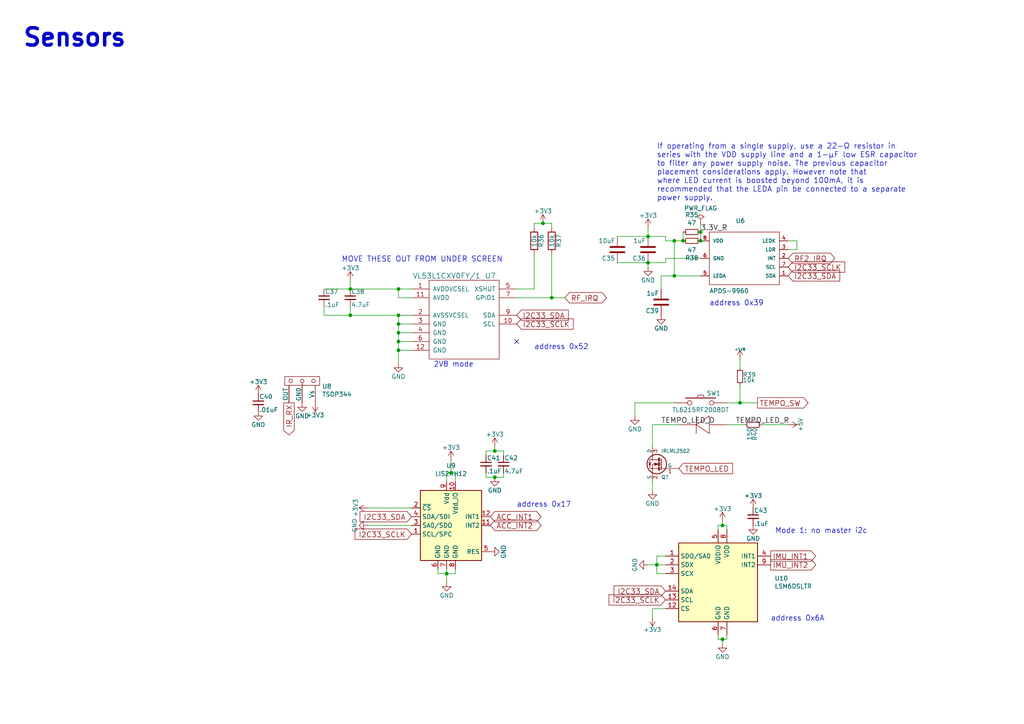
<source format=kicad_sch>
(kicad_sch (version 20231120) (generator "eeschema") (generator_version "8.0")
  (paper "A4")
  (lib_symbols
    (symbol "DFTBoard-rescue:+1V8-power" (power) (pin_names (offset 0))
      (property "Value" "power_+1V8" (at 0 3.556 0))
      (symbol "+1V8-power_0_1"
        (polyline (pts (xy -0.762 1.27) (xy 0 2.54)))
        (polyline (pts (xy 0 0) (xy 0 2.54)))
        (polyline (pts (xy 0 2.54) (xy 0.762 1.27)))
      )
      (symbol "+1V8-power_1_1"
        (pin power_in line (at 0 0 90) (length 0) hide (name "+1V8") (number "1"))
      )
    )
    (symbol "DFTBoard-rescue:+3V3-power" (power) (pin_names (offset 0))
      (property "Value" "power_+3V3" (at 0 3.556 0))
      (symbol "+3V3-power_0_1"
        (polyline (pts (xy -0.762 1.27) (xy 0 2.54)))
        (polyline (pts (xy 0 0) (xy 0 2.54)))
        (polyline (pts (xy 0 2.54) (xy 0.762 1.27)))
      )
      (symbol "+3V3-power_1_1"
        (pin power_in line (at 0 0 90) (length 0) hide (name "+3V3") (number "1"))
      )
    )
    (symbol "DFTBoard-rescue:+5V-power" (power) (pin_names (offset 0))
      (property "Value" "power_+5V" (at 0 3.556 0))
      (symbol "+5V-power_0_1"
        (polyline (pts (xy -0.762 1.27) (xy 0 2.54)))
        (polyline (pts (xy 0 0) (xy 0 2.54)))
        (polyline (pts (xy 0 2.54) (xy 0.762 1.27)))
      )
      (symbol "+5V-power_1_1"
        (pin power_in line (at 0 0 90) (length 0) hide (name "+5V") (number "1"))
      )
    )
    (symbol "DFTBoard-rescue:APDS-9960" (pin_names (offset 1.016))
      (property "Reference" "U" (at -2.54 10.16 0))
      (property "Value" "APDS-9960" (at -10.16 -10.16 0))
      (symbol "APDS-9960_1_0"
        (polyline (pts (xy -10.16 -7.62) (xy -10.16 7.62)))
        (polyline (pts (xy -10.16 7.62) (xy 10.16 7.62)))
        (polyline (pts (xy 10.16 -7.62) (xy -10.16 -7.62)))
        (polyline (pts (xy 10.16 7.62) (xy 10.16 -7.62)))
      )
      (symbol "APDS-9960_1_1"
        (pin bidirectional line (at 12.7 -5.08 180) (length 2.54) (name "SDA") (number "1"))
        (pin bidirectional line (at 12.7 0 180) (length 2.54) (name "INT") (number "2"))
        (pin bidirectional line (at 12.7 2.54 180) (length 2.54) (name "LDR") (number "3"))
        (pin bidirectional line (at 12.7 5.08 180) (length 2.54) (name "LEDK") (number "4"))
        (pin bidirectional line (at -12.7 -5.08 0) (length 2.54) (name "LEDA") (number "5"))
        (pin power_in line (at -12.7 0 0) (length 2.54) (name "GND") (number "6"))
        (pin input line (at 12.7 -2.54 180) (length 2.54) (name "SCL") (number "7"))
        (pin power_in line (at -12.7 5.08 0) (length 2.54) (name "VDD") (number "8"))
      )
    )
    (symbol "DFTBoard-rescue:GND-power" (power) (pin_names (offset 0))
      (property "Value" "power_GND" (at 0 -3.81 0))
      (symbol "GND-power_0_1"
        (polyline (pts (xy 0 0) (xy 0 -1.27) (xy 1.27 -1.27) (xy 0 -2.54) (xy -1.27 -1.27) (xy 0 -1.27)))
      )
      (symbol "GND-power_1_1"
        (pin power_in line (at 0 0 270) (length 0) hide (name "GND") (number "1"))
      )
    )
    (symbol "DFTBoard-rescue:IRLML2502-" (pin_names (offset 0))
      (property "Reference" "Q" (at 0 -3.7846 0))
      (property "Value" "IRLML2502-" (at 0 3.81 0))
      (symbol "IRLML2502-_0_1"
        (polyline (pts (xy 0.635 -1.016) (xy 0.635 -1.651)) (stroke (width 0.508)))
        (polyline (pts (xy 0.635 0.381) (xy 0.635 -0.381)) (stroke (width 0.508)))
        (polyline (pts (xy 0.635 1.651) (xy 0.635 1.016)) (stroke (width 0.508)))
        (polyline (pts (xy 3.048 0.381) (xy 2.921 0.254)))
        (polyline (pts (xy 3.048 0.381) (xy 3.556 0.381)))
        (polyline (pts (xy 3.556 0.381) (xy 3.683 0.508)))
        (polyline (pts (xy 0 1.524) (xy 0 -1.524) (xy 0 -1.524)) (stroke (width 0.254)))
        (polyline (pts (xy 0.762 -1.27) (xy 2.54 -1.27) (xy 2.54 -2.54) (xy 2.54 -2.54)))
        (polyline (pts (xy 0.762 1.27) (xy 2.54 1.27) (xy 2.54 2.54) (xy 2.54 2.54)))
        (polyline (pts (xy 2.54 1.27) (xy 3.302 1.27) (xy 3.302 -1.27) (xy 2.54 -1.27)))
        (polyline (pts (xy 3.302 0.381) (xy 3.048 -0.254) (xy 3.556 -0.254) (xy 3.302 0.381)) (fill (type outline)))
        (polyline (pts (xy 0.762 0) (xy 1.27 0) (xy 2.54 0) (xy 2.54 -1.27) (xy 2.54 -1.27)))
        (polyline (pts (xy 0.889 0) (xy 1.905 0.381) (xy 1.905 -0.381) (xy 0.889 0) (xy 1.016 0) (xy 1.016 0)) (fill (type outline)))
        (circle (center 1.27 0) (radius 2.8194) (stroke (width 0.254)))
        (circle (center 2.54 -1.27) (radius 0.127))
        (circle (center 2.54 1.27) (radius 0.127))
      )
      (symbol "IRLML2502-_1_1"
        (pin input line (at -5.08 -1.27 0) (length 5.08) (name "G") (number "1"))
        (pin passive line (at 2.54 -5.08 90) (length 2.54) (name "S") (number "2"))
        (pin passive line (at 2.54 5.08 270) (length 2.54) (name "D") (number "3"))
      )
    )
    (symbol "DFTBoard-rescue:LIS2HH12-Sensor_Motion"
      (property "Reference" "U" (at -5.08 11.43 0))
      (property "Value" "Sensor_Motion_LIS2HH12" (at 3.81 11.43 0))
      (symbol "LIS2HH12-Sensor_Motion_0_1"
        (rectangle (start -7.62 10.16) (end 10.16 -10.16) (stroke (width 0.254)) (fill (type background)))
      )
      (symbol "LIS2HH12-Sensor_Motion_1_1"
        (pin input line (at -10.16 -2.54 0) (length 2.54) (name "SCL/SPC") (number "1"))
        (pin power_in line (at 2.54 12.7 270) (length 2.54) (name "Vdd_IO") (number "10"))
        (pin output line (at 12.7 0 180) (length 2.54) (name "INT2") (number "11"))
        (pin output line (at 12.7 2.54 180) (length 2.54) (name "INT1") (number "12"))
        (pin input line (at -10.16 5.08 0) (length 2.54) (name "~{CS}") (number "2"))
        (pin bidirectional line (at -10.16 0 0) (length 2.54) (name "SA0/SDO") (number "3"))
        (pin bidirectional line (at -10.16 2.54 0) (length 2.54) (name "SDA/SDI") (number "4"))
        (pin passive line (at 12.7 -7.62 180) (length 2.54) (name "RES") (number "5"))
        (pin power_in line (at -2.54 -12.7 90) (length 2.54) (name "GND") (number "6"))
        (pin power_in line (at 0 -12.7 90) (length 2.54) (name "GND") (number "7"))
        (pin power_in line (at 2.54 -12.7 90) (length 2.54) (name "GND") (number "8"))
        (pin power_in line (at 0 12.7 270) (length 2.54) (name "Vdd") (number "9"))
      )
    )
    (symbol "DFTBoard-rescue:LSM6DS3-Sensor_Motion"
      (property "Reference" "U" (at -11.43 15.24 0))
      (property "Value" "Sensor_Motion_LSM6DS3" (at -11.43 12.7 0))
      (symbol "LSM6DS3-Sensor_Motion_0_1"
        (rectangle (start 11.43 11.43) (end -11.43 -11.43) (stroke (width 0.254)) (fill (type background)))
      )
      (symbol "LSM6DS3-Sensor_Motion_1_1"
        (pin bidirectional line (at -15.24 7.62 0) (length 3.81) (name "SDO/SA0") (number "1"))
        (pin no_connect line (at 10.16 -5.08 180) (length 3.81) hide (name "NC") (number "10"))
        (pin no_connect line (at 10.16 -2.54 180) (length 3.81) hide (name "NC") (number "11"))
        (pin input line (at -15.24 -7.62 0) (length 3.81) (name "CS") (number "12"))
        (pin input line (at -15.24 -5.08 0) (length 3.81) (name "SCL") (number "13"))
        (pin bidirectional line (at -15.24 -2.54 0) (length 3.81) (name "SDA") (number "14"))
        (pin bidirectional line (at -15.24 5.08 0) (length 3.81) (name "SDX") (number "2"))
        (pin input line (at -15.24 2.54 0) (length 3.81) (name "SCX") (number "3"))
        (pin output line (at 15.24 7.62 180) (length 3.81) (name "INT1") (number "4"))
        (pin power_in line (at 0 15.24 270) (length 3.81) (name "VDDIO") (number "5"))
        (pin power_in line (at 0 -15.24 90) (length 3.81) (name "GND") (number "6"))
        (pin power_in line (at 2.54 -15.24 90) (length 3.81) (name "GND") (number "7"))
        (pin power_in line (at 2.54 15.24 270) (length 3.81) (name "VDD") (number "8"))
        (pin output line (at 15.24 5.08 180) (length 3.81) (name "INT2") (number "9"))
      )
    )
    (symbol "DFTBoard-rescue:PWR_FLAG-power" (power) (pin_numbers hide) (pin_names (offset 0) hide)
      (property "Value" "power_PWR_FLAG" (at 0 3.81 0))
      (symbol "PWR_FLAG-power_0_0"
        (pin power_out line (at 0 0 90) (length 0) (name "pwr") (number "1"))
      )
      (symbol "PWR_FLAG-power_0_1"
        (polyline (pts (xy 0 0) (xy 0 1.27) (xy -1.016 1.905) (xy 0 2.54) (xy 1.016 1.905) (xy 0 1.27)))
      )
    )
    (symbol "DFTBoard-rescue:SW_IL-" (pin_numbers hide) (pin_names (offset 1.016) hide)
      (property "Reference" "SW" (at 3.81 2.794 0))
      (property "Value" "SW_IL-" (at 0 -2.032 0))
      (symbol "SW_IL-_0_1"
        (rectangle (start -4.318 1.27) (end 4.318 1.524))
        (polyline (pts (xy -1.27 -3.81) (xy -1.27 -8.89)))
        (polyline (pts (xy -1.016 1.524) (xy -0.762 2.286) (xy 0.762 2.286) (xy 1.016 1.524)))
        (polyline (pts (xy 2.54 -3.81) (xy 2.54 -8.89) (xy -1.27 -6.35) (xy 2.54 -3.81)))
        (pin passive inverted (at -7.62 0 0) (length 5.08) (name "~") (number "1"))
        (pin passive inverted (at 7.62 0 180) (length 5.08) (name "~") (number "2"))
        (pin passive line (at -6.35 -6.35 0) (length 5.08) (name "~") (number "3"))
      )
      (symbol "SW_IL-_1_1"
        (pin passive line (at 7.62 -6.35 180) (length 5.08) (name "~") (number "4"))
      )
    )
    (symbol "DFTBoard-rescue:VL53L0X" (pin_names (offset 1.016))
      (property "Reference" "U" (at 7.62 13.97 0))
      (property "Value" "VL53L0X" (at -5.08 13.97 0))
      (symbol "VL53L0X_0_1"
        (rectangle (start -10.16 12.7) (end 10.16 -10.16))
      )
      (symbol "VL53L0X_1_1"
        (pin input line (at -15.24 10.16 0) (length 5.08) (name "AVDDVCSEL") (number "1"))
        (pin input line (at 15.24 0 180) (length 5.08) (name "SCL") (number "10"))
        (pin input line (at -15.24 7.62 0) (length 5.08) (name "AVDD") (number "11"))
        (pin input line (at -15.24 -7.62 0) (length 5.08) (name "GND") (number "12"))
        (pin input line (at -15.24 2.54 0) (length 5.08) (name "AVSSVCSEL") (number "2"))
        (pin input line (at -15.24 0 0) (length 5.08) (name "GND") (number "3"))
        (pin input line (at -15.24 -2.54 0) (length 5.08) (name "GND") (number "4"))
        (pin input line (at 15.24 10.16 180) (length 5.08) (name "XSHUT") (number "5"))
        (pin input line (at -15.24 -5.08 0) (length 5.08) (name "GND") (number "6"))
        (pin input line (at 15.24 7.62 180) (length 5.08) (name "GPIO1") (number "7"))
        (pin input line (at 15.24 -5.08 180) (length 5.08) hide (name "DNC") (number "8"))
        (pin input line (at 15.24 2.54 180) (length 5.08) (name "SDA") (number "9"))
      )
    )
    (symbol "DFTCustom:TSOP344" (pin_numbers hide) (pin_names (offset 0))
      (property "Reference" "U?" (at 5.08 -2.54 0))
      (property "Value" "TSOP344" (at 0 2.794 0))
      (symbol "TSOP344_0_0"
        (circle (center -3.302 0) (radius 0.508))
        (circle (center 0 0) (radius 0.508))
        (circle (center 3.302 0) (radius 0.508))
      )
      (symbol "TSOP344_0_1"
        (polyline (pts (xy 0 -0.508) (xy 0 -1.27)))
        (rectangle (start 5.08 1.27) (end -5.08 -1.27))
      )
      (symbol "TSOP344_1_1"
        (pin output line (at -3.81 -6.35 90) (length 5.0038) (name "OUT") (number "1"))
        (pin power_in line (at 0 -6.35 90) (length 5.0038) (name "GND") (number "2"))
        (pin power_in line (at 3.81 -6.35 90) (length 5.0038) (name "Vs") (number "3"))
      )
    )
    (symbol "Device:C" (pin_numbers hide) (pin_names (offset 0.254))
      (property "Reference" "C" (at 0.635 2.54 0))
      (property "Value" "C" (at 0.635 -2.54 0))
      (symbol "C_0_1"
        (polyline (pts (xy -2.032 -0.762) (xy 2.032 -0.762)) (stroke (width 0.508)))
        (polyline (pts (xy -2.032 0.762) (xy 2.032 0.762)) (stroke (width 0.508)))
      )
      (symbol "C_1_1"
        (pin passive line (at 0 3.81 270) (length 2.794) (name "~") (number "1"))
        (pin passive line (at 0 -3.81 90) (length 2.794) (name "~") (number "2"))
      )
    )
    (symbol "Device:C_Small" (pin_numbers hide) (pin_names (offset 0.254) hide)
      (property "Reference" "C" (at 0.254 1.778 0))
      (property "Value" "C_Small" (at 0.254 -2.032 0))
      (symbol "C_Small_0_1"
        (polyline (pts (xy -1.524 -0.508) (xy 1.524 -0.508)) (stroke (width 0.3302)))
        (polyline (pts (xy -1.524 0.508) (xy 1.524 0.508)) (stroke (width 0.3048)))
      )
      (symbol "C_Small_1_1"
        (pin passive line (at 0 2.54 270) (length 2.032) (name "~") (number "1"))
        (pin passive line (at 0 -2.54 90) (length 2.032) (name "~") (number "2"))
      )
    )
    (symbol "Device:R" (pin_numbers hide) (pin_names (offset 0))
      (property "Reference" "R" (at 2.032 0 90))
      (property "Value" "R" (at 0 0 90))
      (symbol "R_0_1"
        (rectangle (start -1.016 -2.54) (end 1.016 2.54) (stroke (width 0.254)))
      )
      (symbol "R_1_1"
        (pin passive line (at 0 3.81 270) (length 1.27) (name "~") (number "1"))
        (pin passive line (at 0 -3.81 90) (length 1.27) (name "~") (number "2"))
      )
    )
    (symbol "Device:R_Small" (pin_numbers hide) (pin_names (offset 0.254) hide)
      (property "Reference" "R" (at 0.762 0.508 0))
      (property "Value" "R_Small" (at 0.762 -1.016 0))
      (symbol "R_Small_0_1"
        (rectangle (start -0.762 1.778) (end 0.762 -1.778) (stroke (width 0.2032)))
      )
      (symbol "R_Small_1_1"
        (pin passive line (at 0 2.54 270) (length 0.762) (name "~") (number "1"))
        (pin passive line (at 0 -2.54 90) (length 0.762) (name "~") (number "2"))
      )
    )
  )
  (junction (at 203.2 67.31))
  (junction (at 195.58 69.85))
  (junction (at 143.51 138.43))
  (junction (at 214.63 116.84))
  (junction (at 209.55 152.4))
  (junction (at 157.48 64.77))
  (junction (at 130.81 137.16))
  (junction (at 160.02 86.36))
  (junction (at 101.6 83.82))
  (junction (at 101.6 91.44))
  (junction (at 115.57 96.52))
  (junction (at 203.2 69.85))
  (junction (at 115.57 83.82))
  (junction (at 115.57 91.44))
  (junction (at 115.57 93.98))
  (junction (at 129.54 166.37))
  (junction (at 198.12 69.85))
  (junction (at 187.96 68.58))
  (junction (at 143.51 130.81))
  (junction (at 187.96 76.2))
  (junction (at 190.5 163.83))
  (junction (at 115.57 99.06))
  (junction (at 195.58 80.01))
  (junction (at 115.57 101.6))
  (junction (at 209.55 185.42))
  (no_connect (at 149.86 99.06))
  (wire (pts (xy 193.04 163.83) (xy 190.5 163.83)))
  (wire (pts (xy 193.04 69.85) (xy 195.58 69.85)))
  (wire (pts (xy 140.97 130.81) (xy 140.97 132.08)))
  (wire (pts (xy 210.82 184.15) (xy 210.82 185.42)))
  (wire (pts (xy 119.38 101.6) (xy 115.57 101.6)))
  (wire (pts (xy 146.05 137.16) (xy 146.05 138.43)))
  (wire (pts (xy 195.58 116.84) (xy 184.15 116.84)))
  (wire (pts (xy 210.82 152.4) (xy 210.82 153.67)))
  (wire (pts (xy 115.57 91.44) (xy 115.57 93.98)))
  (wire (pts (xy 146.05 130.81) (xy 146.05 132.08)))
  (wire (pts (xy 115.57 101.6) (xy 115.57 105.41)))
  (wire (pts (xy 187.96 76.2) (xy 193.04 76.2)))
  (wire (pts (xy 154.94 64.77) (xy 157.48 64.77)))
  (wire (pts (xy 140.97 130.81) (xy 143.51 130.81)))
  (wire (pts (xy 127 165.1) (xy 127 166.37)))
  (wire (pts (xy 231.14 72.39) (xy 231.14 69.85)))
  (wire (pts (xy 115.57 91.44) (xy 119.38 91.44)))
  (wire (pts (xy 119.38 93.98) (xy 115.57 93.98)))
  (wire (pts (xy 115.57 96.52) (xy 115.57 99.06)))
  (wire (pts (xy 196.85 123.19) (xy 189.23 123.19)))
  (wire (pts (xy 214.63 106.68) (xy 214.63 104.14)))
  (wire (pts (xy 210.82 185.42) (xy 209.55 185.42)))
  (wire (pts (xy 191.77 80.01) (xy 191.77 83.82)))
  (wire (pts (xy 184.15 116.84) (xy 184.15 120.65)))
  (wire (pts (xy 195.58 69.85) (xy 198.12 69.85)))
  (wire (pts (xy 132.08 166.37) (xy 132.08 165.1)))
  (wire (pts (xy 208.28 152.4) (xy 209.55 152.4)))
  (wire (pts (xy 119.38 99.06) (xy 115.57 99.06)))
  (wire (pts (xy 130.81 133.35) (xy 130.81 137.16)))
  (wire (pts (xy 228.6 72.39) (xy 231.14 72.39)))
  (wire (pts (xy 189.23 123.19) (xy 189.23 129.54)))
  (wire (pts (xy 101.6 91.44) (xy 115.57 91.44)))
  (wire (pts (xy 210.82 116.84) (xy 214.63 116.84)))
  (wire (pts (xy 214.63 111.76) (xy 214.63 116.84)))
  (wire (pts (xy 140.97 138.43) (xy 140.97 137.16)))
  (wire (pts (xy 146.05 138.43) (xy 143.51 138.43)))
  (wire (pts (xy 115.57 83.82) (xy 119.38 83.82)))
  (wire (pts (xy 119.38 86.36) (xy 115.57 86.36)))
  (wire (pts (xy 143.51 130.81) (xy 146.05 130.81)))
  (wire (pts (xy 157.48 64.77) (xy 160.02 64.77)))
  (wire (pts (xy 190.5 161.29) (xy 190.5 163.83)))
  (wire (pts (xy 129.54 139.7) (xy 129.54 137.16)))
  (wire (pts (xy 203.2 67.31) (xy 203.2 69.85)))
  (wire (pts (xy 119.38 152.4) (xy 106.68 152.4)))
  (wire (pts (xy 195.58 69.85) (xy 195.58 80.01)))
  (wire (pts (xy 93.98 91.44) (xy 101.6 91.44)))
  (wire (pts (xy 101.6 81.28) (xy 101.6 83.82)))
  (wire (pts (xy 193.04 76.2) (xy 193.04 74.93)))
  (wire (pts (xy 129.54 165.1) (xy 129.54 166.37)))
  (wire (pts (xy 203.2 64.77) (xy 203.2 67.31)))
  (wire (pts (xy 154.94 66.04) (xy 154.94 64.77)))
  (wire (pts (xy 129.54 137.16) (xy 130.81 137.16)))
  (wire (pts (xy 93.98 91.44) (xy 93.98 88.9)))
  (wire (pts (xy 160.02 64.77) (xy 160.02 66.04)))
  (wire (pts (xy 115.57 86.36) (xy 115.57 83.82)))
  (wire (pts (xy 193.04 166.37) (xy 190.5 166.37)))
  (wire (pts (xy 193.04 176.53) (xy 189.23 176.53)))
  (wire (pts (xy 187.96 68.58) (xy 193.04 68.58)))
  (wire (pts (xy 101.6 91.44) (xy 101.6 88.9)))
  (wire (pts (xy 187.96 76.2) (xy 187.96 77.47)))
  (wire (pts (xy 208.28 185.42) (xy 209.55 185.42)))
  (wire (pts (xy 119.38 96.52) (xy 115.57 96.52)))
  (wire (pts (xy 93.98 83.82) (xy 101.6 83.82)))
  (wire (pts (xy 193.04 74.93) (xy 203.2 74.93)))
  (wire (pts (xy 208.28 153.67) (xy 208.28 152.4)))
  (wire (pts (xy 220.98 123.19) (xy 228.6 123.19)))
  (wire (pts (xy 189.23 139.7) (xy 189.23 142.24)))
  (wire (pts (xy 129.54 168.91) (xy 129.54 166.37)))
  (wire (pts (xy 143.51 138.43) (xy 140.97 138.43)))
  (wire (pts (xy 209.55 151.13) (xy 209.55 152.4)))
  (wire (pts (xy 189.23 176.53) (xy 189.23 179.07)))
  (wire (pts (xy 193.04 68.58) (xy 193.04 69.85)))
  (wire (pts (xy 160.02 86.36) (xy 160.02 73.66)))
  (wire (pts (xy 143.51 129.54) (xy 143.51 130.81)))
  (wire (pts (xy 160.02 86.36) (xy 163.83 86.36)))
  (wire (pts (xy 209.55 185.42) (xy 209.55 186.69)))
  (wire (pts (xy 115.57 93.98) (xy 115.57 96.52)))
  (wire (pts (xy 132.08 137.16) (xy 132.08 139.7)))
  (wire (pts (xy 214.63 116.84) (xy 219.71 116.84)))
  (wire (pts (xy 198.12 67.31) (xy 198.12 69.85)))
  (wire (pts (xy 193.04 161.29) (xy 190.5 161.29)))
  (wire (pts (xy 231.14 69.85) (xy 228.6 69.85)))
  (wire (pts (xy 154.94 83.82) (xy 154.94 73.66)))
  (wire (pts (xy 101.6 83.82) (xy 115.57 83.82)))
  (wire (pts (xy 195.58 80.01) (xy 203.2 80.01)))
  (wire (pts (xy 129.54 166.37) (xy 132.08 166.37)))
  (wire (pts (xy 187.96 66.04) (xy 187.96 68.58)))
  (wire (pts (xy 179.07 68.58) (xy 187.96 68.58)))
  (wire (pts (xy 195.58 80.01) (xy 191.77 80.01)))
  (wire (pts (xy 154.94 83.82) (xy 149.86 83.82)))
  (wire (pts (xy 106.68 147.32) (xy 119.38 147.32)))
  (wire (pts (xy 127 166.37) (xy 129.54 166.37)))
  (wire (pts (xy 190.5 163.83) (xy 187.96 163.83)))
  (wire (pts (xy 190.5 163.83) (xy 190.5 166.37)))
  (wire (pts (xy 149.86 86.36) (xy 160.02 86.36)))
  (wire (pts (xy 130.81 137.16) (xy 132.08 137.16)))
  (wire (pts (xy 208.28 184.15) (xy 208.28 185.42)))
  (wire (pts (xy 179.07 76.2) (xy 187.96 76.2)))
  (wire (pts (xy 210.82 123.19) (xy 215.9 123.19)))
  (wire (pts (xy 209.55 152.4) (xy 210.82 152.4)))
  (wire (pts (xy 115.57 99.06) (xy 115.57 101.6)))
  (text "Sensors" (at 6.35 13.97 0) (effects (font (size 5.0038 5.0038) (thickness 1.0008) (bold yes)) (justify left bottom)))
  (text "address 0x17" (at 149.86 147.32 0) (effects (font (size 1.524 1.524)) (justify left bottom)))
  (text "address 0x39" (at 205.74 88.9 0) (effects (font (size 1.524 1.524)) (justify left bottom)))
  (text "address 0x6A" (at 223.52 180.34 0) (effects (font (size 1.524 1.524)) (justify left bottom)))
  (text "MOVE THESE OUT FROM UNDER SCREEN" (at 99.06 76.2 0) (effects (font (size 1.5494 1.5494)) (justify left bottom)))
  (text "If operating from a single supply, use a 22-Ω resistor in\nseries with the VDD supply line and a 1-μF low ESR capacitor \nto filter any power supply noise. The previous capacitor \nplacement considerations apply. However note that\nwhere LED current is boosted beyond 100mA, it is \nrecommended that the LEDA pin be connected to a separate\npower supply. " (at 190.5 58.42 0) (effects (font (size 1.5494 1.5494)) (justify left bottom)))
  (text "2V8 mode" (at 125.73 106.68 0) (effects (font (size 1.524 1.524)) (justify left bottom)))
  (text "address 0x52" (at 154.94 101.6 0) (effects (font (size 1.524 1.524)) (justify left bottom)))
  (text "Mode 1: no master i2c" (at 224.79 154.94 0) (effects (font (size 1.524 1.524)) (justify left bottom)))
  (label "TEMPO_LED_R" (at 213.36 123.19 0) (effects (font (size 1.524 1.524))))
  (label "TEMPO_LED_D" (at 191.77 123.19 0) (effects (font (size 1.524 1.524))))
  (label "3.3V_R" (at 203.2 67.31 0) (effects (font (size 1.524 1.524))))
  (global_label "I2C33_SCLK" (shape input) (at 149.86 93.98 0) (effects (font (size 1.524 1.524))) (property "Intersheetrefs" "${INTERSHEET_REFS}" (effects (hide yes))))
  (global_label "TEMPO_LED" (shape input) (at 196.85 135.89 0) (effects (font (size 1.524 1.524))) (property "Intersheetrefs" "${INTERSHEET_REFS}" (effects (hide yes))))
  (global_label "I2C33_SDA" (shape input) (at 228.6 80.01 0) (effects (font (size 1.524 1.524))) (property "Intersheetrefs" "${INTERSHEET_REFS}" (effects (hide yes))))
  (global_label "I2C33_SCLK" (shape input) (at 193.04 173.99 180) (effects (font (size 1.524 1.524))) (property "Intersheetrefs" "${INTERSHEET_REFS}" (effects (hide yes))))
  (global_label "I2C33_SDA" (shape input) (at 193.04 171.45 180) (effects (font (size 1.524 1.524))) (property "Intersheetrefs" "${INTERSHEET_REFS}" (effects (hide yes))))
  (global_label "I2C33_SDA" (shape input) (at 149.86 91.44 0) (effects (font (size 1.524 1.524))) (property "Intersheetrefs" "${INTERSHEET_REFS}" (effects (hide yes))))
  (global_label "IMU_INT1" (shape output) (at 223.52 161.29 0) (effects (font (size 1.524 1.524))) (property "Intersheetrefs" "${INTERSHEET_REFS}" (effects (hide yes))))
  (global_label "IR_RX" (shape output) (at 83.82 116.84 270) (effects (font (size 1.524 1.524))) (property "Intersheetrefs" "${INTERSHEET_REFS}" (effects (hide yes))))
  (global_label "I2C33_SCLK" (shape input) (at 119.38 154.94 180) (effects (font (size 1.524 1.524))) (property "Intersheetrefs" "${INTERSHEET_REFS}" (effects (hide yes))))
  (global_label "I2C33_SCLK" (shape input) (at 228.6 77.47 0) (effects (font (size 1.524 1.524))) (property "Intersheetrefs" "${INTERSHEET_REFS}" (effects (hide yes))))
  (global_label "TEMPO_SW" (shape output) (at 219.71 116.84 0) (effects (font (size 1.524 1.524))) (property "Intersheetrefs" "${INTERSHEET_REFS}" (effects (hide yes))))
  (global_label "IMU_INT2" (shape output) (at 223.52 163.83 0) (effects (font (size 1.524 1.524))) (property "Intersheetrefs" "${INTERSHEET_REFS}" (effects (hide yes))))
  (global_label "ACC_INT1" (shape bidirectional) (at 142.24 149.86 0) (effects (font (size 1.524 1.524))) (property "Intersheetrefs" "${INTERSHEET_REFS}" (effects (hide yes))))
  (global_label "RF_IRQ" (shape bidirectional) (at 163.83 86.36 0) (effects (font (size 1.524 1.524))) (property "Intersheetrefs" "${INTERSHEET_REFS}" (effects (hide yes))))
  (global_label "RF2_IRQ" (shape bidirectional) (at 228.6 74.93 0) (effects (font (size 1.524 1.524))) (property "Intersheetrefs" "${INTERSHEET_REFS}" (effects (hide yes))))
  (global_label "I2C33_SDA" (shape input) (at 119.38 149.86 180) (effects (font (size 1.524 1.524))) (property "Intersheetrefs" "${INTERSHEET_REFS}" (effects (hide yes))))
  (global_label "ACC_INT2" (shape bidirectional) (at 142.24 152.4 0) (effects (font (size 1.524 1.524))) (property "Intersheetrefs" "${INTERSHEET_REFS}" (effects (hide yes))))
  (symbol (lib_id "DFTBoard-rescue:VL53L0X") (at 134.62 93.98 0) (unit 1)
    (property "Reference" "U7" (at 142.24 80.01 0) (effects (font (size 1.524 1.524))))
    (property "Value" "VL53L1CXV0FY/1" (at 129.54 80.01 0) (effects (font (size 1.524 1.524))))
    (property "Footprint" "DFTcustom:Optical_LGA12" (effects (hide yes)))
    (property "MFR" "STMicroelectronics" (effects (hide yes)))
    (property "MPN" "VL53L1CXV0FY/1" (effects (hide yes)))
    (property "SPR" "Digikey" (effects (hide yes)))
    (property "SPN" "497-17764-2-ND" (effects (hide yes)))
  )
  (symbol (lib_id "Device:C_Small") (at 101.6 86.36 0) (unit 1)
    (property "Reference" "C38" (at 101.854 84.582 0) (effects (justify left)))
    (property "Value" "4.7uF" (at 101.854 88.392 0) (effects (justify left)))
    (property "Footprint" "Capacitor_SMD:C_0402_1005Metric" (effects (hide yes)))
    (property "MFR" "Murata" (effects (hide yes)))
    (property "MPN" "GRM155R60G475ME47D" (effects (hide yes)))
    (property "SPR" "Digikey" (effects (hide yes)))
    (property "SPN" "490-11980-1-ND" (effects (hide yes)))
  )
  (symbol (lib_id "Device:C_Small") (at 93.98 86.36 0) (unit 1)
    (property "Reference" "C37" (at 94.234 84.582 0) (effects (justify left)))
    (property "Value" ".1uF" (at 94.234 88.392 0) (effects (justify left)))
    (property "Footprint" "Capacitor_SMD:C_0402_1005Metric" (effects (hide yes)))
    (property "MFR" "Yageo" (effects (hide yes)))
    (property "MPN" "CC0402KRX7R6BB104" (effects (hide yes)))
    (property "SPR" "Digikey" (effects (hide yes)))
    (property "SPN" "311-1345-1-ND" (effects (hide yes)))
  )
  (symbol (lib_id "Device:R") (at 154.94 69.85 0) (unit 1)
    (property "Reference" "R36" (at 156.972 69.85 90))
    (property "Value" "10k" (at 154.94 69.85 90))
    (property "Footprint" "Resistor_SMD:R_0402_1005Metric" (effects (hide yes)))
    (property "MFR" "Yageo" (effects (hide yes)))
    (property "MPN" "RC0402FR-0710KL" (effects (hide yes)))
    (property "SPR" "Digikey" (effects (hide yes)))
    (property "SPN" "311-10.0KLRTR-ND" (effects (hide yes)))
  )
  (symbol (lib_id "Device:R") (at 160.02 69.85 0) (unit 1)
    (property "Reference" "R37" (at 162.052 69.85 90))
    (property "Value" "10k" (at 160.02 69.85 90))
    (property "Footprint" "Resistor_SMD:R_0402_1005Metric" (effects (hide yes)))
    (property "MFR" "Yageo" (effects (hide yes)))
    (property "MPN" "RC0402FR-0710KL" (effects (hide yes)))
    (property "SPR" "Digikey" (effects (hide yes)))
    (property "SPN" "311-10.0KLRTR-ND" (effects (hide yes)))
  )
  (symbol (lib_id "DFTBoard-rescue:+3V3-power") (at 101.6 81.28 0) (unit 1)
    (property "Reference" "#PWR068" (effects (hide yes)))
    (property "Value" "+3V3" (at 101.6 77.724 0))
  )
  (symbol (lib_id "DFTBoard-rescue:GND-power") (at 115.57 105.41 0) (unit 1)
    (property "Reference" "#PWR071" (effects (hide yes)))
    (property "Value" "GND" (at 115.57 109.22 0))
  )
  (symbol (lib_id "DFTBoard-rescue:APDS-9960") (at 215.9 74.93 0) (unit 1)
    (property "Reference" "U6" (at 213.36 64.77 0) (effects (justify left bottom)))
    (property "Value" "APDS-9960" (at 205.74 85.09 0) (effects (justify left bottom)))
    (property "Footprint" "DFTcustom:APDS_9960" (effects (hide yes)))
    (property "MFR" "Broadcom Limited" (effects (hide yes)))
    (property "MPN" "APDS-9960" (effects (hide yes)))
    (property "SPR" "Digikey" (effects (hide yes)))
    (property "SPN" "516-3480-1-ND" (effects (hide yes)))
    (property "SPURL" "-" (effects (hide yes)))
  )
  (symbol (lib_id "Device:C") (at 187.96 72.39 180) (unit 1)
    (property "Reference" "C36" (at 187.325 74.93 0) (effects (justify left)))
    (property "Value" "1uF" (at 187.325 69.85 0) (effects (justify left)))
    (property "Footprint" "Capacitor_SMD:C_0402_1005Metric" (effects (hide yes)))
    (property "MFR" "Yageo" (effects (hide yes)))
    (property "MPN" "CC0402KRX5R6BB105" (effects (hide yes)))
    (property "SPR" "Digikey" (effects (hide yes)))
    (property "SPN" "311-1439-1-ND" (effects (hide yes)))
  )
  (symbol (lib_id "Device:C") (at 191.77 87.63 180) (unit 1)
    (property "Reference" "C39" (at 191.135 90.17 0) (effects (justify left)))
    (property "Value" "1uF" (at 191.135 85.09 0) (effects (justify left)))
    (property "Footprint" "Capacitor_SMD:C_0402_1005Metric" (effects (hide yes)))
    (property "MFR" "Yageo" (effects (hide yes)))
    (property "MPN" "CC0402KRX5R6BB105" (effects (hide yes)))
    (property "SPR" "Digikey" (effects (hide yes)))
    (property "SPN" "311-1439-1-ND" (effects (hide yes)))
  )
  (symbol (lib_id "DFTBoard-rescue:GND-power") (at 191.77 91.44 0) (unit 1)
    (property "Reference" "#PWR069" (effects (hide yes)))
    (property "Value" "GND" (at 191.77 95.25 0))
  )
  (symbol (lib_id "DFTBoard-rescue:+3V3-power") (at 187.96 66.04 0) (unit 1)
    (property "Reference" "#PWR066" (effects (hide yes)))
    (property "Value" "+3V3" (at 187.96 62.484 0))
  )
  (symbol (lib_id "DFTBoard-rescue:GND-power") (at 187.96 77.47 0) (unit 1)
    (property "Reference" "#PWR067" (effects (hide yes)))
    (property "Value" "GND" (at 187.96 81.28 0))
  )
  (symbol (lib_id "Device:C") (at 179.07 72.39 180) (unit 1)
    (property "Reference" "C35" (at 178.435 74.93 0) (effects (justify left)))
    (property "Value" "10uF" (at 178.435 69.85 0) (effects (justify left)))
    (property "Footprint" "Capacitor_SMD:C_0603_1608Metric" (effects (hide yes)))
    (property "MFR" "Murata" (effects (hide yes)))
    (property "MPN" "GRM188R61A106KE69J" (effects (hide yes)))
    (property "SPR" "Digikey" (effects (hide yes)))
    (property "SPN" "490-14372-1-ND" (effects (hide yes)))
  )
  (symbol (lib_id "DFTBoard-rescue:SW_IL-") (at 203.2 116.84 0) (unit 1)
    (property "Reference" "SW1" (at 207.01 114.046 0))
    (property "Value" "TL6215RF200BDT" (at 203.2 118.872 0))
    (property "Footprint" "DFTcustom:tl6215_right_angle" (effects (hide yes)))
    (property "MFR" "E-Switch Inc" (effects (hide yes)))
    (property "MPN" "TL6215RF200BDT" (effects (hide yes)))
    (property "SPR" "Digikey" (effects (hide yes)))
    (property "SPN" "EG5162-ND " (effects (hide yes)))
  )
  (symbol (lib_id "DFTBoard-rescue:GND-power") (at 184.15 120.65 0) (unit 1)
    (property "Reference" "#PWR076" (effects (hide yes)))
    (property "Value" "GND" (at 184.15 124.46 0))
  )
  (symbol (lib_id "DFTBoard-rescue:IRLML2502-") (at 191.77 134.62 0) (mirror y) (unit 1)
    (property "Reference" "Q7" (at 191.77 138.4046 0) (effects (font (size 1.016 1.016)) (justify right)))
    (property "Value" "IRLML2502" (at 191.77 130.81 0) (effects (font (size 1.016 1.016)) (justify right)))
    (property "Footprint" "Package_TO_SOT_SMD:SOT-23" (effects (hide yes)))
    (property "MFR" "Infineon Technologies AG" (effects (hide yes)))
    (property "MPN" "IRLML2502TRPBF" (effects (hide yes)))
    (property "SPR" "Digikey" (effects (hide yes)))
    (property "SPN" "IRLML2502PBFCT-ND" (effects (hide yes)))
  )
  (symbol (lib_id "DFTBoard-rescue:GND-power") (at 189.23 142.24 0) (unit 1)
    (property "Reference" "#PWR081" (effects (hide yes)))
    (property "Value" "GND" (at 189.23 146.05 0))
  )
  (symbol (lib_id "DFTBoard-rescue:+5V-power") (at 228.6 123.19 270) (unit 1)
    (property "Reference" "#PWR077" (effects (hide yes)))
    (property "Value" "+5V" (at 232.156 123.19 0))
  )
  (symbol (lib_id "Device:R_Small") (at 218.44 123.19 270) (unit 1)
    (property "Reference" "R40" (at 218.948 123.952 0) (effects (justify left)))
    (property "Value" "150" (at 217.424 123.952 0) (effects (justify left)))
    (property "Footprint" "Resistor_SMD:R_0402_1005Metric" (effects (hide yes)))
    (property "MFR" "Yageo" (effects (hide yes)))
    (property "MPN" "RC0402FR-07150RL" (effects (hide yes)))
    (property "SPR" "Digikey" (effects (hide yes)))
    (property "SPN" "311-150LRTR-ND" (effects (hide yes)))
  )
  (symbol (lib_id "DFTBoard-rescue:+1V8-power") (at 214.63 104.14 0) (unit 1)
    (property "Reference" "#PWR070" (effects (hide yes)))
    (property "Value" "+1V8" (at 214.63 101.346 0) (effects (font (size 0.762 0.762))))
  )
  (symbol (lib_id "Device:R_Small") (at 214.63 109.22 0) (unit 1)
    (property "Reference" "R39" (at 215.392 108.712 0) (effects (justify left)))
    (property "Value" "10k" (at 215.392 110.236 0) (effects (justify left)))
    (property "Footprint" "Resistor_SMD:R_0402_1005Metric" (effects (hide yes)))
    (property "MFR" "Yageo" (effects (hide yes)))
    (property "MPN" "RC0402FR-0710KL" (effects (hide yes)))
    (property "SPR" "Digikey" (effects (hide yes)))
    (property "SPN" "311-10.0KLRTR-ND" (effects (hide yes)))
  )
  (symbol (lib_id "DFTBoard-rescue:LIS2HH12-Sensor_Motion") (at 129.54 152.4 0) (unit 1)
    (property "Reference" "U9" (at 130.81 135.1026 0))
    (property "Value" "LIS2HH12" (at 130.81 137.414 0))
    (property "Footprint" "Package_LGA:LGA-12_2x2mm_P0.5mm" (effects (hide yes)))
    (property "Datasheet" "www.st.com/resource/en/datasheet/lis2hh12.pdf" (effects (hide yes)))
    (property "MFR" "STMicroelectronics" (effects (hide yes)))
    (property "MPN" "LIS2HH12TR" (effects (hide yes)))
    (property "SPR" "Digikey" (effects (hide yes)))
    (property "SPN" "497-15069-1-ND" (effects (hide yes)))
    (property "SPURL" "-" (effects (hide yes)))
  )
  (symbol (lib_id "DFTBoard-rescue:GND-power") (at 129.54 168.91 0) (unit 1)
    (property "Reference" "#PWR089" (effects (hide yes)))
    (property "Value" "GND" (at 129.54 172.72 0))
  )
  (symbol (lib_id "DFTBoard-rescue:+3V3-power") (at 130.81 133.35 0) (unit 1)
    (property "Reference" "#PWR079" (effects (hide yes)))
    (property "Value" "+3V3" (at 130.81 129.794 0))
  )
  (symbol (lib_id "DFTBoard-rescue:+3V3-power") (at 106.68 147.32 90) (unit 1)
    (property "Reference" "#PWR082" (effects (hide yes)))
    (property "Value" "+3V3" (at 103.124 147.32 0))
  )
  (symbol (lib_id "DFTBoard-rescue:GND-power") (at 142.24 160.02 90) (unit 1)
    (property "Reference" "#PWR087" (effects (hide yes)))
    (property "Value" "GND" (at 146.05 160.02 0))
  )
  (symbol (lib_id "DFTBoard-rescue:GND-power") (at 106.68 152.4 270) (unit 1)
    (property "Reference" "#PWR085" (effects (hide yes)))
    (property "Value" "GND" (at 102.87 152.4 0))
  )
  (symbol (lib_id "Device:R_Small") (at 200.66 67.31 270) (unit 1)
    (property "Reference" "R35" (at 200.66 62.3316 90))
    (property "Value" "47" (at 200.66 64.643 90))
    (property "Footprint" "Resistor_SMD:R_0402_1005Metric" (effects (hide yes)))
    (property "MFR" "Yageo" (effects (hide yes)))
    (property "MPN" "RC0402JR-0747RL" (effects (hide yes)))
    (property "SPR" "Digikey" (effects (hide yes)))
    (property "SPN" "311-47JRTR-ND" (effects (hide yes)))
    (property "SPURL" "-" (effects (hide yes)))
  )
  (symbol (lib_id "Device:R_Small") (at 200.66 69.85 90) (unit 1)
    (property "Reference" "R38" (at 200.66 74.8284 90))
    (property "Value" "47" (at 200.66 72.517 90))
    (property "Footprint" "Resistor_SMD:R_0402_1005Metric" (effects (hide yes)))
    (property "MFR" "Yageo" (effects (hide yes)))
    (property "MPN" "RC0402JR-0747RL" (effects (hide yes)))
    (property "SPR" "Digikey" (effects (hide yes)))
    (property "SPN" "311-47JRTR-ND" (effects (hide yes)))
    (property "SPURL" "-" (effects (hide yes)))
  )
  (symbol (lib_id "DFTBoard-rescue:LSM6DS3-Sensor_Motion") (at 208.28 168.91 0) (unit 1)
    (property "Reference" "U10" (at 224.6376 167.7416 0) (effects (justify left)))
    (property "Value" "LSM6DSLTR" (at 224.6376 170.053 0) (effects (justify left)))
    (property "Footprint" "Package_LGA:LGA-14_3x2.5mm_P0.5mm_LayoutBorder3x4y" (effects (hide yes)))
    (property "Datasheet" "www.st.com/resource/en/datasheet/lsm6ds3.pdf" (effects (hide yes)))
    (property "MFR" "STMicroelectronics" (effects (hide yes)))
    (property "MPN" "LSM6DSLTR" (effects (hide yes)))
    (property "SPR" "Digikey" (effects (hide yes)))
    (property "SPN" "497-16705-6-ND" (effects (hide yes)))
    (property "SPURL" "-" (effects (hide yes)))
  )
  (symbol (lib_id "DFTBoard-rescue:+3V3-power") (at 209.55 151.13 0) (unit 1)
    (property "Reference" "#PWR084" (effects (hide yes)))
    (property "Value" "+3V3" (at 209.55 147.574 0))
  )
  (symbol (lib_id "DFTBoard-rescue:GND-power") (at 187.96 163.83 270) (unit 1)
    (property "Reference" "#PWR088" (effects (hide yes)))
    (property "Value" "GND" (at 184.15 163.83 0))
  )
  (symbol (lib_id "DFTBoard-rescue:GND-power") (at 209.55 186.69 0) (unit 1)
    (property "Reference" "#PWR091" (effects (hide yes)))
    (property "Value" "GND" (at 209.55 190.5 0))
  )
  (symbol (lib_id "Device:C_Small") (at 218.44 149.86 0) (unit 1)
    (property "Reference" "C43" (at 218.694 148.082 0) (effects (justify left)))
    (property "Value" ".1uF" (at 218.694 151.892 0) (effects (justify left)))
    (property "Footprint" "Capacitor_SMD:C_0402_1005Metric" (effects (hide yes)))
    (property "MFR" "Yageo" (effects (hide yes)))
    (property "MPN" "CC0402KRX7R6BB104" (effects (hide yes)))
    (property "SPR" "Digikey" (effects (hide yes)))
    (property "SPN" "311-1345-1-ND" (effects (hide yes)))
  )
  (symbol (lib_id "DFTBoard-rescue:+3V3-power") (at 218.44 147.32 0) (unit 1)
    (property "Reference" "#PWR083" (effects (hide yes)))
    (property "Value" "+3V3" (at 218.44 143.764 0))
  )
  (symbol (lib_id "DFTBoard-rescue:GND-power") (at 218.44 152.4 0) (unit 1)
    (property "Reference" "#PWR086" (effects (hide yes)))
    (property "Value" "GND" (at 218.44 156.21 0))
  )
  (symbol (lib_id "DFTBoard-rescue:+3V3-power") (at 189.23 179.07 180) (unit 1)
    (property "Reference" "#PWR090" (effects (hide yes)))
    (property "Value" "+3V3" (at 189.23 182.626 0))
  )
  (symbol (lib_id "DFTBoard-rescue:PWR_FLAG-power") (at 203.2 64.77 0) (unit 1)
    (property "Reference" "#FLG02" (effects (hide yes)))
    (property "Value" "PWR_FLAG" (at 203.2 60.3758 0))
  )
  (symbol (lib_id "DFTCustom:TSOP344") (at 87.63 110.49 0) (unit 1)
    (property "Reference" "U8" (at 93.4212 112.0648 0) (effects (justify left)))
    (property "Value" "TSOP344" (at 93.4212 114.3762 0) (effects (justify left)))
    (property "Footprint" "DFTcustom:JUMPER_3PIN" (effects (hide yes)))
    (property "MFR" "Vishay Semiconductor" (effects (hide yes)))
    (property "MPN" "TSOP34438" (effects (hide yes)))
    (property "SPR" "Digikey" (effects (hide yes)))
    (property "SPN" "TSOP34438-ND" (effects (hide yes)))
    (property "SPURL" "-" (effects (hide yes)))
  )
  (symbol (lib_id "DFTBoard-rescue:GND-power") (at 87.63 116.84 0) (unit 1)
    (property "Reference" "#PWR073" (effects (hide yes)))
    (property "Value" "GND" (at 87.63 120.65 0))
  )
  (symbol (lib_id "DFTBoard-rescue:+3V3-power") (at 91.44 116.84 180) (unit 1)
    (property "Reference" "#PWR074" (effects (hide yes)))
    (property "Value" "+3V3" (at 91.44 120.396 0))
  )
  (symbol (lib_id "Device:C_Small") (at 74.93 116.84 0) (unit 1)
    (property "Reference" "C40" (at 75.184 115.062 0) (effects (justify left)))
    (property "Value" ".01uF" (at 75.184 118.872 0) (effects (justify left)))
    (property "Footprint" "Capacitor_SMD:C_0402_1005Metric" (effects (hide yes)))
    (property "MFR" "Murata" (effects (hide yes)))
    (property "SPR" "Digikey" (effects (hide yes)))
    (property "MPN" "GRM155R71H103KA88J" (effects (hide yes)))
    (property "SPN" "490-6351-1-ND" (effects (hide yes)))
    (property "SPURL" "-" (effects (hide yes)))
  )
  (symbol (lib_id "DFTBoard-rescue:+3V3-power") (at 74.93 114.3 0) (unit 1)
    (property "Reference" "#PWR072" (effects (hide yes)))
    (property "Value" "+3V3" (at 74.93 110.744 0))
  )
  (symbol (lib_id "DFTBoard-rescue:GND-power") (at 74.93 119.38 0) (unit 1)
    (property "Reference" "#PWR075" (effects (hide yes)))
    (property "Value" "GND" (at 74.93 123.19 0))
  )
  (symbol (lib_id "Device:C_Small") (at 146.05 134.62 0) (unit 1)
    (property "Reference" "C42" (at 146.304 132.842 0) (effects (justify left)))
    (property "Value" "4.7uF" (at 146.304 136.652 0) (effects (justify left)))
    (property "Footprint" "Capacitor_SMD:C_0402_1005Metric" (effects (hide yes)))
    (property "MFR" "Murata" (effects (hide yes)))
    (property "MPN" "GRM155R60G475ME47D" (effects (hide yes)))
    (property "SPR" "Digikey" (effects (hide yes)))
    (property "SPN" "490-11980-1-ND" (effects (hide yes)))
  )
  (symbol (lib_id "Device:C_Small") (at 140.97 134.62 0) (unit 1)
    (property "Reference" "C41" (at 141.224 132.842 0) (effects (justify left)))
    (property "Value" ".1uF" (at 141.224 136.652 0) (effects (justify left)))
    (property "Footprint" "Capacitor_SMD:C_0402_1005Metric" (effects (hide yes)))
    (property "MFR" "Yageo" (effects (hide yes)))
    (property "MPN" "CC0402KRX7R6BB104" (effects (hide yes)))
    (property "SPR" "Digikey" (effects (hide yes)))
    (property "SPN" "311-1345-1-ND" (effects (hide yes)))
  )
  (symbol (lib_id "DFTBoard-rescue:+3V3-power") (at 143.51 129.54 0) (unit 1)
    (property "Reference" "#PWR078" (effects (hide yes)))
    (property "Value" "+3V3" (at 143.51 125.984 0))
  )
  (symbol (lib_id "DFTBoard-rescue:GND-power") (at 143.51 138.43 0) (unit 1)
    (property "Reference" "#PWR080" (effects (hide yes)))
    (property "Value" "GND" (at 143.51 142.24 0))
  )
  (symbol (lib_id "DFTBoard-rescue:+3V3-power") (at 157.48 64.77 0) (unit 1)
    (property "Reference" "#PWR065" (effects (hide yes)))
    (property "Value" "+3V3" (at 157.48 61.214 0))
  )
)
</source>
